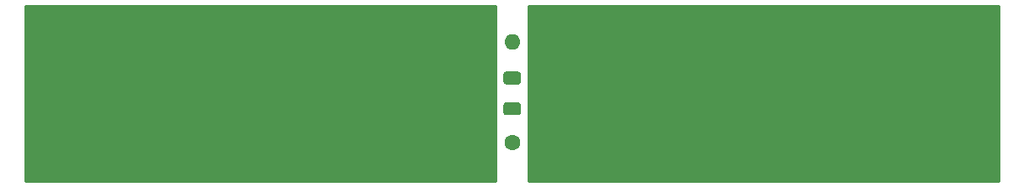
<source format=gbr>
%TF.GenerationSoftware,KiCad,Pcbnew,(5.1.10)-1*%
%TF.CreationDate,2021-08-31T21:24:33+02:00*%
%TF.ProjectId,PCB-EUROBOT2022,5043422d-4555-4524-9f42-4f5432303232,rev?*%
%TF.SameCoordinates,Original*%
%TF.FileFunction,Soldermask,Bot*%
%TF.FilePolarity,Negative*%
%FSLAX46Y46*%
G04 Gerber Fmt 4.6, Leading zero omitted, Abs format (unit mm)*
G04 Created by KiCad (PCBNEW (5.1.10)-1) date 2021-08-31 21:24:33*
%MOMM*%
%LPD*%
G01*
G04 APERTURE LIST*
%ADD10O,1.600000X1.600000*%
%ADD11C,1.600000*%
%ADD12C,0.254000*%
%ADD13C,0.100000*%
G04 APERTURE END LIST*
D10*
%TO.C,R2*%
X150000000Y-94340000D03*
D11*
X150000000Y-104500000D03*
%TD*%
%TO.C,R3*%
G36*
G01*
X150625001Y-101700000D02*
X149374999Y-101700000D01*
G75*
G02*
X149125000Y-101450001I0J249999D01*
G01*
X149125000Y-100649999D01*
G75*
G02*
X149374999Y-100400000I249999J0D01*
G01*
X150625001Y-100400000D01*
G75*
G02*
X150875000Y-100649999I0J-249999D01*
G01*
X150875000Y-101450001D01*
G75*
G02*
X150625001Y-101700000I-249999J0D01*
G01*
G37*
G36*
G01*
X150625001Y-98600000D02*
X149374999Y-98600000D01*
G75*
G02*
X149125000Y-98350001I0J249999D01*
G01*
X149125000Y-97549999D01*
G75*
G02*
X149374999Y-97300000I249999J0D01*
G01*
X150625001Y-97300000D01*
G75*
G02*
X150875000Y-97549999I0J-249999D01*
G01*
X150875000Y-98350001D01*
G75*
G02*
X150625001Y-98600000I-249999J0D01*
G01*
G37*
%TD*%
%TO.C,R4*%
X150000000Y-104500000D03*
D10*
X150000000Y-94340000D03*
%TD*%
D12*
X198873000Y-108373000D02*
X151627000Y-108373000D01*
X151627000Y-90627000D01*
X198873000Y-90627000D01*
X198873000Y-108373000D01*
D13*
G36*
X198873000Y-108373000D02*
G01*
X151627000Y-108373000D01*
X151627000Y-90627000D01*
X198873000Y-90627000D01*
X198873000Y-108373000D01*
G37*
D12*
X148373000Y-108373000D02*
X101127000Y-108373000D01*
X101127000Y-90627000D01*
X148373000Y-90627000D01*
X148373000Y-108373000D01*
D13*
G36*
X148373000Y-108373000D02*
G01*
X101127000Y-108373000D01*
X101127000Y-90627000D01*
X148373000Y-90627000D01*
X148373000Y-108373000D01*
G37*
M02*

</source>
